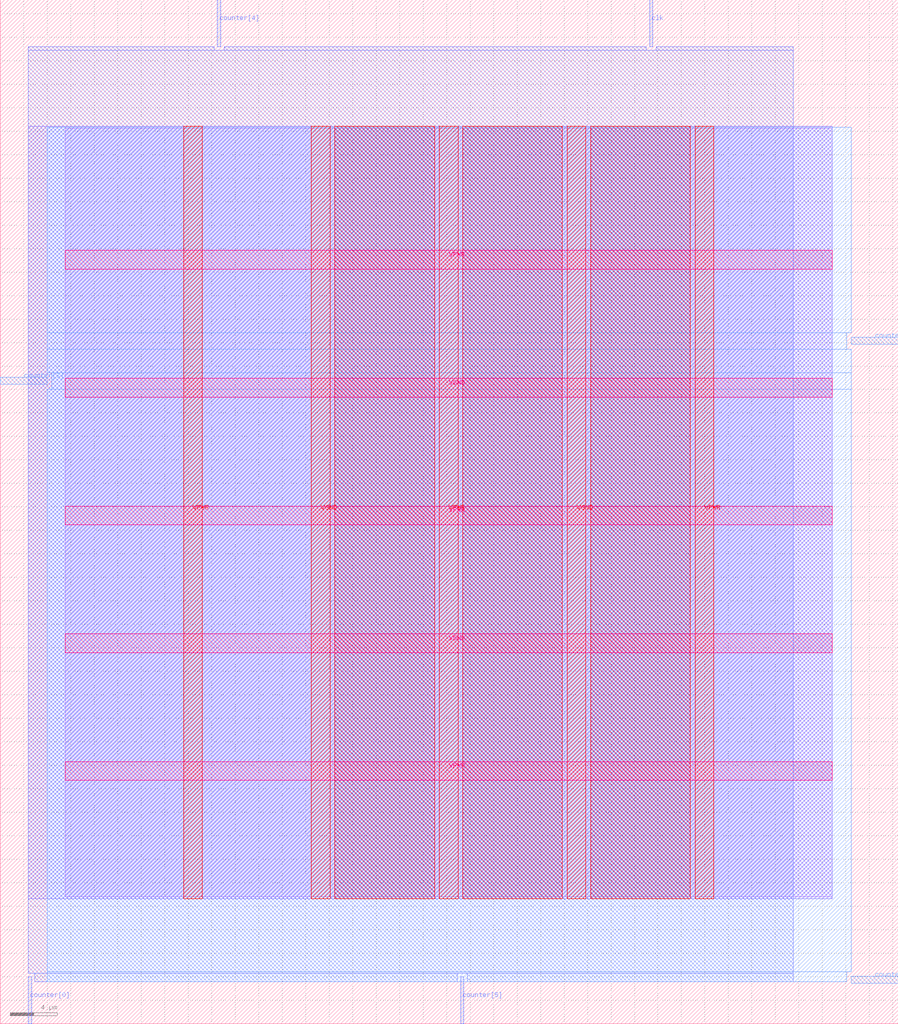
<source format=lef>
VERSION 5.7 ;
  NOWIREEXTENSIONATPIN ON ;
  DIVIDERCHAR "/" ;
  BUSBITCHARS "[]" ;
MACRO counter
  CLASS BLOCK ;
  FOREIGN counter ;
  ORIGIN 0.000 0.000 ;
  SIZE 76.455 BY 87.175 ;
  PIN clk
    DIRECTION INPUT ;
    USE SIGNAL ;
    PORT
      LAYER met2 ;
        RECT 55.290 83.175 55.570 87.175 ;
    END
  END clk
  PIN counter[0]
    DIRECTION OUTPUT TRISTATE ;
    USE SIGNAL ;
    PORT
      LAYER met2 ;
        RECT 2.390 0.000 2.670 4.000 ;
    END
  END counter[0]
  PIN counter[1]
    DIRECTION OUTPUT TRISTATE ;
    USE SIGNAL ;
    PORT
      LAYER met3 ;
        RECT 72.455 3.440 76.455 4.040 ;
    END
  END counter[1]
  PIN counter[2]
    DIRECTION OUTPUT TRISTATE ;
    USE SIGNAL ;
    PORT
      LAYER met3 ;
        RECT 72.455 57.840 76.455 58.440 ;
    END
  END counter[2]
  PIN counter[3]
    DIRECTION OUTPUT TRISTATE ;
    USE SIGNAL ;
    PORT
      LAYER met3 ;
        RECT 0.000 54.440 4.000 55.040 ;
    END
  END counter[3]
  PIN counter[4]
    DIRECTION OUTPUT TRISTATE ;
    USE SIGNAL ;
    PORT
      LAYER met2 ;
        RECT 18.490 83.175 18.770 87.175 ;
    END
  END counter[4]
  PIN counter[5]
    DIRECTION OUTPUT TRISTATE ;
    USE SIGNAL ;
    PORT
      LAYER met2 ;
        RECT 39.190 0.000 39.470 4.000 ;
    END
  END counter[5]
  PIN VPWR
    DIRECTION INOUT ;
    USE POWER ;
    PORT
      LAYER met4 ;
        RECT 59.155 10.640 60.755 76.400 ;
    END
  END VPWR
  PIN VPWR
    DIRECTION INOUT ;
    USE POWER ;
    PORT
      LAYER met4 ;
        RECT 37.380 10.640 38.980 76.400 ;
    END
  END VPWR
  PIN VPWR
    DIRECTION INOUT ;
    USE POWER ;
    PORT
      LAYER met4 ;
        RECT 15.605 10.640 17.205 76.400 ;
    END
  END VPWR
  PIN VPWR
    DIRECTION INOUT ;
    USE POWER ;
    PORT
      LAYER met5 ;
        RECT 5.520 64.240 70.840 65.840 ;
    END
  END VPWR
  PIN VPWR
    DIRECTION INOUT ;
    USE POWER ;
    PORT
      LAYER met5 ;
        RECT 5.520 42.480 70.840 44.080 ;
    END
  END VPWR
  PIN VPWR
    DIRECTION INOUT ;
    USE POWER ;
    PORT
      LAYER met5 ;
        RECT 5.520 20.720 70.840 22.320 ;
    END
  END VPWR
  PIN VGND
    DIRECTION INOUT ;
    USE GROUND ;
    PORT
      LAYER met4 ;
        RECT 48.265 10.640 49.865 76.400 ;
    END
  END VGND
  PIN VGND
    DIRECTION INOUT ;
    USE GROUND ;
    PORT
      LAYER met4 ;
        RECT 26.495 10.640 28.095 76.400 ;
    END
  END VGND
  PIN VGND
    DIRECTION INOUT ;
    USE GROUND ;
    PORT
      LAYER met5 ;
        RECT 5.520 53.360 70.840 54.960 ;
    END
  END VGND
  PIN VGND
    DIRECTION INOUT ;
    USE GROUND ;
    PORT
      LAYER met5 ;
        RECT 5.520 31.600 70.840 33.200 ;
    END
  END VGND
  OBS
      LAYER li1 ;
        RECT 5.520 10.795 70.840 76.245 ;
      LAYER met1 ;
        RECT 2.370 10.640 70.840 76.400 ;
      LAYER met2 ;
        RECT 2.400 82.895 18.210 83.175 ;
        RECT 19.050 82.895 55.010 83.175 ;
        RECT 55.850 82.895 67.530 83.175 ;
        RECT 2.400 4.280 67.530 82.895 ;
        RECT 2.950 3.555 38.910 4.280 ;
        RECT 39.750 3.555 67.530 4.280 ;
      LAYER met3 ;
        RECT 4.000 58.840 72.455 76.325 ;
        RECT 4.000 57.440 72.055 58.840 ;
        RECT 4.000 55.440 72.455 57.440 ;
        RECT 4.400 54.040 72.455 55.440 ;
        RECT 4.000 4.440 72.455 54.040 ;
        RECT 4.000 3.575 72.055 4.440 ;
      LAYER met4 ;
        RECT 28.495 10.640 36.980 76.400 ;
        RECT 39.380 10.640 47.865 76.400 ;
        RECT 50.265 10.640 58.755 76.400 ;
  END
END counter
END LIBRARY


</source>
